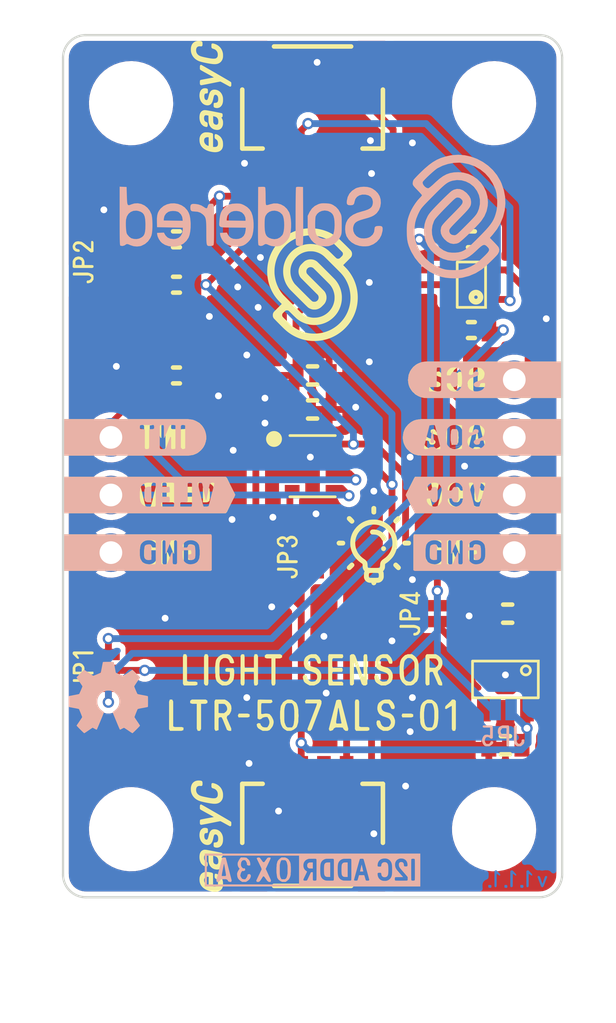
<source format=kicad_pcb>
(kicad_pcb (version 20211014) (generator pcbnew)
  (title_block (title "Digital light sensor LTR-507ALS-01 breakout") (date "2022-08-26") (rev "V1.1.1.") (company "SOLDERED") (comment 1 "333063"))
  (layers (0 "F.Cu" signal) (31 "B.Cu" signal) (34 "B.Paste" user) (35 "F.Paste" user) (36 "B.SilkS" user "B.Silkscreen") (37 "F.SilkS" user "F.Silkscreen") (38 "B.Mask" user) (39 "F.Mask" user) (44 "Edge.Cuts" user))
  (net 0 "")
  (net 1 "GND")
  (net 2 "3V3")
  (net 3 "Net-(C3-Pad2)")
  (net 4 "SCL_PULL5")
  (net 5 "5V")
  (net 6 "SDA_PULL5")
  (net 7 "SCL_PULL3,3")
  (net 8 "SDA_PULL3,3")
  (net 9 "SEL")
  (net 10 "VLED")
  (net 11 "INT")
  (net 12 "SCL3,3")
  (net 13 "SDA3,3")
  (net 14 "SDA5")
  (net 15 "SCL5")
  (footprint "e-radionica.com footprinti:0603C" (layer "F.Cu") (at 109.6 137.5)
    (fp_text reference "C3")
    (fp_text value "2u2")
    (pad "1" smd rect locked (at -0.73 0) (size 0.66 1) (layers "F.Cu" "F.Paste" "F.Mask") (net 1 "GND"))
    (pad "2" smd rect locked (at 0.73 0) (size 0.66 1) (layers "F.Cu" "F.Paste" "F.Mask") (net 3 "Net-(C3-Pad2)"))
  )
  (footprint "e-radionica.com footprinti:easyC-connector" (layer "F.Cu") (at 101 146.7 180)
    (fp_text reference "K4")
    (fp_text value "easyC-SMD")
    (pad "1" smd rect locked (at -1.5 2.15 180) (size 0.6 1.55) (layers "F.Cu" "F.Paste" "F.Mask") (net 12 "SCL3,3"))
    (pad "2" smd rect locked (at -0.5 2.15 180) (size 0.6 1.55) (layers "F.Cu" "F.Paste" "F.Mask") (net 13 "SDA3,3"))
    (pad "3" smd rect locked (at 0.5 2.15 180) (size 0.6 1.55) (layers "F.Cu" "F.Paste" "F.Mask") (net 2 "3V3"))
    (pad "4" smd rect locked (at 1.5 2.15 180) (size 0.6 1.55) (layers "F.Cu" "F.Paste" "F.Mask") (net 1 "GND"))
    (pad "5" smd rect locked (at -2.6 -2.15 180) (size 1.2 1.8) (layers "F.Cu" "F.Paste" "F.Mask") (net 1 "GND"))
    (pad "5" smd rect locked (at 2.6 -2.15 180) (size 1.2 1.8) (layers "F.Cu" "F.Paste" "F.Mask") (net 1 "GND"))
  )
  (footprint "Soldered Graphics:Logo-Back-OSH-3.5mm" (layer "F.Cu") (at 92 141.2)
    (fp_text reference "G***" hide)
    (fp_text value "LOGO" hide)
  )
  (footprint "e-radionica.com footprinti:0603C" (layer "F.Cu") (at 101 128.5 180)
    (fp_text reference "C2")
    (fp_text value "100n")
    (pad "1" smd rect locked (at -0.73 0 180) (size 0.66 1) (layers "F.Cu" "F.Paste" "F.Mask") (net 1 "GND"))
    (pad "2" smd rect locked (at 0.73 0 180) (size 0.66 1) (layers "F.Cu" "F.Paste" "F.Mask") (net 2 "3V3"))
  )
  (footprint "e-radionica.com footprinti:0603C" (layer "F.Cu") (at 109.5 143.3)
    (fp_text reference "C4")
    (fp_text value "2u2")
    (pad "1" smd rect locked (at -0.73 0) (size 0.66 1) (layers "F.Cu" "F.Paste" "F.Mask") (net 1 "GND"))
    (pad "2" smd rect locked (at 0.73 0) (size 0.66 1) (layers "F.Cu" "F.Paste" "F.Mask") (net 2 "3V3"))
  )
  (footprint "e-radionica.com footprinti:SMD_JUMPER_3_PAD_TRACE" (layer "F.Cu") (at 92 140 -90)
    (fp_text reference "JP1")
    (fp_text value "SMD_JUMPER_3_PAD_TRACE")
    (fp_poly (pts (xy -0.25 0.05) (xy -0.45 0.05) (xy -0.45 -0.05) (xy -0.25 -0.05)) (layer "F.Cu") (width 0.1) (fill solid))
    (fp_poly (pts (xy 0.45 0.05) (xy 0.25 0.05) (xy 0.25 -0.05) (xy 0.45 -0.05)) (layer "F.Cu") (width 0.1) (fill solid))
    (pad "1" smd rect (at -0.7 0 90) (size 0.5 1) (layers "F.Cu" "F.Mask") (net 4 "SCL_PULL5"))
    (pad "2" smd custom (at 0 0 90) (size 0.5 1) (layers "F.Cu" "F.Mask") (net 5 "5V") (options (clearance outline) (anchor rect)) (primitives))
    (pad "3" smd rect (at 0.7 0 90) (size 0.5 1) (layers "F.Cu" "F.Mask") (net 6 "SDA_PULL5"))
  )
  (footprint "Soldered Graphics:Logo-Front-easyC-5mm" (layer "F.Cu") (at 96.5 114.7 90)
    (fp_text reference "G***" hide)
    (fp_text value "LOGO" hide)
  )
  (footprint "Soldered Graphics:Logo-Back-SolderedFULL-17mm" (layer "F.Cu") (at 101 120)
    (fp_text reference "REF**" hide)
    (fp_text value "Logo-Front-SolderedFULL-17mm" hide)
  )
  (footprint "e-radionica.com footprinti:FIDUCIAL_23" (layer "F.Cu") (at 94.6 118.4)
    (fp_text reference "FD1")
    (fp_text value "FIDUCIAL")
    (fp_circle (center 0 0) (end 1 0) (layer "F.Cu") (width 0.2) (fill none))
    (pad "1" smd circle (at 0 0) (size 1 1) (layers "F.Cu" "F.Paste" "F.Mask") (clearance 1.1))
  )
  (footprint "buzzardLabel" (layer "F.Cu") (at 101 140)
    (fp_text reference "" (at 0 0) (layer "F.SilkS") (effects (font (size 1.27 1.27))))
    (fp_text value "" (at 0 0) (layer "F.SilkS") (effects (font (size 1.27 1.27))))
  )
  (footprint "e-radionica.com footprinti:HOLE_3.2mm" (layer "F.Cu") (at 93 115)
    (fp_text reference "H2" hide)
    (fp_text value "HOLE_3.2mm" hide)
    (pad "" np_thru_hole circle locked (at 0 0) (size 3.2 3.2) (drill 3.2) (layers F&B.Cu *.Mask))
  )
  (footprint "buzzardLabel" (layer "F.Cu") (at 112.4 129.73)
    (fp_text reference "" (at 0 0) (layer "F.SilkS") (effects (font (size 1.27 1.27))))
    (fp_text value "" (at 0 0) (layer "F.SilkS") (effects (font (size 1.27 1.27))))
  )
  (footprint "buzzardLabel" (layer "F.Cu") (at 112.4 132.27)
    (fp_text reference "" (at 0 0) (layer "F.SilkS") (effects (font (size 1.27 1.27))))
    (fp_text value "" (at 0 0) (layer "F.SilkS") (effects (font (size 1.27 1.27))))
  )
  (footprint "e-radionica.com footprinti:LTR-507ALS-01" (layer "F.Cu") (at 101 131)
    (fp_text reference "U2")
    (fp_text value "LTR-507ALS-01")
    (pad "1" smd rect (at -0.9 -0.975) (size 0.65 0.3) (layers "F.Cu" "F.Paste" "F.Mask") (net 2 "3V3"))
    (pad "2" smd rect (at -0.9 -0.325) (size 0.65 0.3) (layers "F.Cu" "F.Paste" "F.Mask") (net 1 "GND"))
    (pad "3" smd rect (at -0.9 0.325) (size 0.65 0.3) (layers "F.Cu" "F.Paste" "F.Mask") (net 1 "GND"))
    (pad "4" smd rect (at -0.9 0.975) (size 0.65 0.3) (layers "F.Cu" "F.Paste" "F.Mask") (net 9 "SEL"))
    (pad "5" smd rect (at 0.9 0.975) (size 0.65 0.3) (layers "F.Cu" "F.Paste" "F.Mask") (net 10 "VLED"))
    (pad "6" smd rect (at 0.9 0.325) (size 0.65 0.3) (layers "F.Cu" "F.Paste" "F.Mask") (net 11 "INT"))
    (pad "7" smd rect (at 0.9 -0.325) (size 0.65 0.3) (layers "F.Cu" "F.Paste" "F.Mask") (net 12 "SCL3,3"))
    (pad "8" smd rect (at 0.9 -0.975) (size 0.65 0.3) (layers "F.Cu" "F.Paste" "F.Mask") (net 13 "SDA3,3"))
  )
  (footprint "buzzardLabel" (layer "F.Cu") (at 101 142)
    (fp_text reference "" (at 0 0) (layer "F.SilkS") (effects (font (size 1.27 1.27))))
    (fp_text value "" (at 0 0) (layer "F.SilkS") (effects (font (size 1.27 1.27))))
  )
  (footprint "Soldered Graphics:Logo-Front-Soldered-5mm" (layer "F.Cu") (at 101 123)
    (fp_text reference "G***" hide)
    (fp_text value "LOGO" hide)
  )
  (footprint "e-radionica.com footprinti:0603R" (layer "F.Cu") (at 95 121 180)
    (fp_text reference "R4")
    (fp_text value "10k")
    (pad "1" smd rect locked (at -0.775 0 270) (size 1 0.64) (layers "F.Cu" "F.Paste" "F.Mask") (net 12 "SCL3,3"))
    (pad "2" smd rect locked (at 0.775 0 270) (size 1 0.64) (layers "F.Cu" "F.Paste" "F.Mask") (net 7 "SCL_PULL3,3"))
  )
  (footprint "e-radionica.com footprinti:0603R" (layer "F.Cu") (at 108 121)
    (fp_text reference "R2")
    (fp_text value "10k")
    (pad "1" smd rect locked (at -0.775 0 90) (size 1 0.64) (layers "F.Cu" "F.Paste" "F.Mask") (net 4 "SCL_PULL5"))
    (pad "2" smd rect locked (at 0.775 0 90) (size 1 0.64) (layers "F.Cu" "F.Paste" "F.Mask") (net 15 "SCL5"))
  )
  (footprint "e-radionica.com footprinti:SMD-JUMPER-CONNECTED_TRACE_SLODERMASK" (layer "F.Cu") (at 106.5 137.5 90)
    (fp_text reference "JP4")
    (fp_text value "SMD-JUMPER-CONNECTED_TRACE_SLODERMASK")
    (fp_poly (pts (xy 0.1 0.1) (xy -0.1 0.1) (xy -0.1 -0.1) (xy 0.1 -0.1)) (layer "F.Cu") (width 0.1) (fill solid))
    (pad "1" smd rect (at -0.35 0 90) (size 0.5 1) (layers "F.Cu" "F.Mask") (net 3 "Net-(C3-Pad2)"))
    (pad "2" smd rect (at 0.35 0 90) (size 0.5 1) (layers "F.Cu" "F.Mask") (net 5 "5V"))
  )
  (footprint "buzzardLabel" (layer "F.Cu") (at 112.4 134.81)
    (fp_text reference "" (at 0 0) (layer "F.SilkS") (effects (font (size 1.27 1.27))))
    (fp_text value "" (at 0 0) (layer "F.SilkS") (effects (font (size 1.27 1.27))))
  )
  (footprint "e-radionica.com footprinti:SMD_JUMPER_3_PAD_CONNECTED_RIGHT" (layer "F.Cu") (at 101 135 90)
    (fp_text reference "JP3")
    (fp_text value "JUMPER_3_RIGHT")
    (pad "1" smd rect (at -0.7 0 270) (size 0.5 1) (layers "F.Cu" "F.Mask") (net 2 "3V3"))
    (pad "2" smd rect (at 0 0 270) (size 0.5 1) (layers "F.Cu" "F.Paste" "F.Mask") (net 9 "SEL"))
    (pad "3" smd rect (at 0.7 0 270) (size 0.5 1) (layers "F.Cu" "F.Paste" "F.Mask") (net 1 "GND"))
  )
  (footprint "buzzardLabel" (layer "F.Cu") (at 112.4 127.19)
    (fp_text reference "" (at 0 0) (layer "F.SilkS") (effects (font (size 1.27 1.27))))
    (fp_text value "" (at 0 0) (layer "F.SilkS") (effects (font (size 1.27 1.27))))
  )
  (footprint "e-radionica.com footprinti:0603C" (layer "F.Cu") (at 101 127 180)
    (fp_text reference "C1")
    (fp_text value "4u7")
    (pad "1" smd rect locked (at -0.73 0 180) (size 0.66 1) (layers "F.Cu" "F.Paste" "F.Mask") (net 1 "GND"))
    (pad "2" smd rect locked (at 0.73 0 180) (size 0.66 1) (layers "F.Cu" "F.Paste" "F.Mask") (net 2 "3V3"))
  )
  (footprint "e-radionica.com footprinti:SOT-23-5" (layer "F.Cu") (at 109.5 140.4 -90)
    (fp_text reference "U3")
    (fp_text value "SE5218")
    (pad "1" smd rect (at -1.3 -0.95 270) (size 1.1 0.6) (layers "F.Cu" "F.Paste" "F.Mask") (net 3 "Net-(C3-Pad2)"))
    (pad "2" smd rect (at -1.3 0 270) (size 1.1 0.6) (layers "F.Cu" "F.Paste" "F.Mask") (net 1 "GND"))
    (pad "3" smd rect (at -1.3 0.95 270) (size 1.1 0.6) (layers "F.Cu" "F.Paste" "F.Mask") (net 3 "Net-(C3-Pad2)"))
    (pad "4" smd rect (at 1.3 0.95 270) (size 1.1 0.6) (layers "F.Cu" "F.Paste" "F.Mask"))
    (pad "5" smd rect (at 1.3 -0.95 270) (size 1.1 0.6) (layers "F.Cu" "F.Paste" "F.Mask") (net 2 "3V3"))
  )
  (footprint "buzzardLabel" (layer "F.Cu") (at 89.6 129.73)
    (fp_text reference "" (at 0 0) (layer "F.SilkS") (effects (font (size 1.27 1.27))))
    (fp_text value "" (at 0 0) (layer "F.SilkS") (effects (font (size 1.27 1.27))))
  )
  (footprint "e-radionica.com footprinti:SMD_JUMPER_3_PAD_TRACE" (layer "F.Cu") (at 92 122 -90)
    (fp_text reference "JP2")
    (fp_text value "SMD_JUMPER_3_PAD_TRACE")
    (fp_poly (pts (xy -0.25 0.05) (xy -0.45 0.05) (xy -0.45 -0.05) (xy -0.25 -0.05)) (layer "F.Cu") (width 0.1) (fill solid))
    (fp_poly (pts (xy 0.45 0.05) (xy 0.25 0.05) (xy 0.25 -0.05) (xy 0.45 -0.05)) (layer "F.Cu") (width 0.1) (fill solid))
    (pad "1" smd rect (at -0.7 0 90) (size 0.5 1) (layers "F.Cu" "F.Mask") (net 7 "SCL_PULL3,3"))
    (pad "2" smd custom (at 0 0 90) (size 0.5 1) (layers "F.Cu" "F.Mask") (net 2 "3V3") (options (clearance outline) (anchor rect)) (primitives))
    (pad "3" smd rect (at 0.7 0 90) (size 0.5 1) (layers "F.Cu" "F.Mask") (net 8 "SDA_PULL3,3"))
  )
  (footprint "buzzardLabel" (layer "F.Cu") (at 89.6 134.81)
    (fp_text reference "" (at 0 0) (layer "F.SilkS") (effects (font (size 1.27 1.27))))
    (fp_text value "" (at 0 0) (layer "F.SilkS") (effects (font (size 1.27 1.27))))
  )
  (footprint "e-radionica.com footprinti:0603R" (layer "F.Cu") (at 108 125)
    (fp_text reference "R3")
    (fp_text value "10k")
    (pad "1" smd rect locked (at -0.775 0 90) (size 1 0.64) (layers "F.Cu" "F.Paste" "F.Mask") (net 14 "SDA5"))
    (pad "2" smd rect locked (at 0.775 0 90) (size 1 0.64) (layers "F.Cu" "F.Paste" "F.Mask") (net 6 "SDA_PULL5"))
  )
  (footprint "e-radionica.com footprinti:HOLE_3.2mm" (layer "F.Cu") (at 109 115)
    (fp_text reference "H4" hide)
    (fp_text value "HOLE_3.2mm" hide)
    (pad "" np_thru_hole circle locked (at 0 0) (size 3.2 3.2) (drill 3.2) (layers F&B.Cu *.Mask))
  )
  (footprint "Soldered Graphics:Logo-Front-easyC-5mm" (layer "F.Cu") (at 96.5 147.3 90)
    (fp_text reference "G***" hide)
    (fp_text value "LOGO" hide)
  )
  (footprint "e-radionica.com footprinti:0603R" (layer "F.Cu") (at 95 127 180)
    (fp_text reference "R5")
    (fp_text value "10k")
    (pad "1" smd rect locked (at -0.775 0 270) (size 1 0.64) (layers "F.Cu" "F.Paste" "F.Mask") (net 2 "3V3"))
    (pad "2" smd rect locked (at 0.775 0 270) (size 1 0.64) (layers "F.Cu" "F.Paste" "F.Mask") (net 11 "INT"))
  )
  (footprint "buzzardLabel" (layer "F.Cu") (at 89.6 132.27)
    (fp_text reference "" (at 0 0) (layer "F.SilkS") (effects (font (size 1.27 1.27))))
    (fp_text value "" (at 0 0) (layer "F.SilkS") (effects (font (size 1.27 1.27))))
  )
  (footprint "buzzardLabel" (layer "F.Cu") (at 99.9 135 90)
    (fp_text reference "" (at 0 0 90) (layer "F.SilkS") (effects (font (size 1.27 1.27))))
    (fp_text value "" (at 0 0 90) (layer "F.SilkS") (effects (font (size 1.27 1.27))))
  )
  (footprint "e-radionica.com footprinti:0603R" (layer "F.Cu") (at 95 123)
    (fp_text reference "R1")
    (fp_text value "10k")
    (pad "1" smd rect locked (at -0.775 0 90) (size 1 0.64) (layers "F.Cu" "F.Paste" "F.Mask") (net 8 "SDA_PULL3,3"))
    (pad "2" smd rect locked (at 0.775 0 90) (size 1 0.64) (layers "F.Cu" "F.Paste" "F.Mask") (net 13 "SDA3,3"))
  )
  (footprint "e-radionica.com footprinti:HOLE_3.2mm" (layer "F.Cu") (at 109 147)
    (fp_text reference "H3" hide)
    (fp_text value "HOLE_3.2mm" hide)
    (pad "" np_thru_hole circle locked (at 0 0) (size 3.2 3.2) (drill 3.2) (layers F&B.Cu *.Mask))
  )
  (footprint "Soldered Graphics:Symbol-Front-Light" (layer "F.Cu") (at 103.7 134.5)
    (fp_text reference "G***" hide)
    (fp_text value "LOGO" hide)
  )
  (footprint "buzzardLabel" (layer "F.Cu") (at 90.9 140 90)
    (fp_text reference "" (at 0 0 90) (layer "F.SilkS") (effects (font (size 1.27 1.27))))
    (fp_text value "" (at 0 0 90) (layer "F.SilkS") (effects (font (size 1.27 1.27))))
  )
  (footprint "buzzardLabel" (layer "F.Cu") (at 105.3 137.5 90)
    (fp_text reference "" (at 0 0 90) (layer "F.SilkS") (effects (font (size 1.27 1.27))))
    (fp_text value "" (at 0 0 90) (layer "F.SilkS") (effects (font (size 1.27 1.27))))
  )
  (footprint "buzzardLabel" (layer "F.Cu") (at 90.9 122 90)
    (fp_text reference "" (at 0 0 90) (layer "F.SilkS") (effects (font (size 1.27 1.27))))
    (fp_text value "" (at 0 0 90) (layer "F.SilkS") (effects (font (size 1.27 1.27))))
  )
  (footprint "e-radionica.com footprinti:easyC-connector" (layer "F.Cu") (at 101 115.3)
    (fp_text reference "K2")
    (fp_text value "easyC-SMD")
    (pad "1" smd rect locked (at -1.5 2.15) (size 0.6 1.55) (layers "F.Cu" "F.Paste" "F.Mask") (net 12 "SCL3,3"))
    (pad "2" smd rect locked (at -0.5 2.15) (size 0.6 1.55) (layers "F.Cu" "F.Paste" "F.Mask") (net 13 "SDA3,3"))
    (pad "3" smd rect locked (at 0.5 2.15) (size 0.6 1.55) (layers "F.Cu" "F.Paste" "F.Mask") (net 2 "3V3"))
    (pad "4" smd rect locked (at 1.5 2.15) (size 0.6 1.55) (layers "F.Cu" "F.Paste" "F.Mask") (net 1 "GND"))
    (pad "5" smd rect locked (at -2.6 -2.15) (size 1.2 1.8) (layers "F.Cu" "F.Paste" "F.Mask") (net 1 "GND"))
    (pad "5" smd rect locked (at 2.6 -2.15) (size 1.2 1.8) (layers "F.Cu" "F.Paste" "F.Mask") (net 1 "GND"))
  )
  (footprint "e-radionica.com footprinti:SOT-363" (layer "F.Cu") (at 108 123 180)
    (fp_text reference "U1")
    (fp_text value "NMOS-DUAL")
    (pad "1" smd rect (at -0.92 -0.65 270) (size 0.3 0.66) (layers "F.Cu" "F.Paste" "F.Mask") (net 13 "SDA3,3"))
    (pad "2" smd rect (at -0.92 0 270) (size 0.3 0.66) (layers "F.Cu" "F.Paste" "F.Mask") (net 2 "3V3"))
    (pad "3" smd rect (at -0.92 0.65 270) (size 0.3 0.66) (layers "F.Cu" "F.Paste" "F.Mask") (net 15 "SCL5"))
    (pad "4" smd rect (at 0.92 0.65 270) (size 0.3 0.66) (layers "F.Cu" "F.Paste" "F.Mask") (net 12 "SCL3,3"))
    (pad "5" smd rect (at 0.92 0 270) (size 0.3 0.66) (layers "F.Cu" "F.Paste" "F.Mask") (net 2 "3V3"))
    (pad "6" smd rect (at 0.92 -0.65 270) (size 0.3 0.66) (layers "F.Cu" "F.Paste" "F.Mask") (net 14 "SDA5"))
  )
  (footprint "e-radionica.com footprinti:HOLE_3.2mm" (layer "F.Cu") (at 93 147)
    (fp_text reference "H1" hide)
    (fp_text value "HOLE_3.2mm" hide)
    (pad "" np_thru_hole circle locked (at 0 0) (size 3.2 3.2) (drill 3.2) (layers F&B.Cu *.Mask))
  )
  (footprint "buzzardLabel" (layer "B.Cu") (at 112.4 134.81 180)
    (fp_text reference "" (at 0 0) (layer "B.SilkS") (effects (font (size 1.27 1.27)) (justify mirror)))
    (fp_text value "" (at 0 0) (layer "B.SilkS") (effects (font (size 1.27 1.27)) (justify mirror)))
  )
  (footprint "e-radionica.com footprinti:SMD_JUMPER" (layer "B.Cu") (at 109.4 141.7)
    (fp_text reference "JP5")
    (fp_text value "SMD_JUMPER")
    (pad "1" smd rect (at -0.35 0) (size 0.5 1) (layers "B.Cu" "B.Mask") (net 5 "5V"))
    (pad "2" smd rect (at 0.35 0) (size 0.5 1) (layers "B.Cu" "B.Mask") (net 2 "3V3"))
  )
  (footprint "buzzardLabel" (layer "B.Cu") (at 112.4 127.19 180)
    (fp_text reference "" (at 0 0) (layer "B.SilkS") (effects (font (size 1.27 1.27)) (justify mirror)))
    (fp_text value "" (at 0 0) (layer "B.SilkS") (effects (font (size 1.27 1.27)) (justify mirror)))
  )
  (footprint "Soldered Graphics:Version1.1.1." (layer "B.Cu") (at 110 149.2 180)
    (fp_text reference "REF**" hide)
    (fp_text value "Version1.1.1." hide)
    (fp_poly (pts (xy -0.5 -0.35) (xy -0.44 -0.35) (xy -0.43 -0.31) (xy -0.43 0.35) (xy -0.46 0.38) (xy -0.52 0.38) (xy -0.55 0.34) (xy -0.67 0.22) (xy -0.68 0.17) (xy -0.65 0.16) (xy -0.56 0.22) (xy -0.52 0.23) (xy -0.52 -0.31) (xy -0.5 -0.35)) (layer "B.Cu") (width 0.01) (fill solid))
    (fp_poly (pts (xy 0.91 -0.35) (xy 0.96 -0.35) (xy 0.98 -0.31) (xy 0.98 0.35) (xy 0.95 0.38) (xy 0.89 0.38) (xy 0.86 0.34) (xy 0.74 0.22) (xy 0.73 0.17) (xy 0.76 0.16) (xy 0.85 0.22) (xy 0.89 0.23) (xy 0.89 -0.31) (xy 0.91 -0.35)) (layer "B.Cu") (width 0.01) (fill solid))
    (fp_poly (pts (xy -0.27 -0.38) (xy -0.22 -0.38) (xy -0.17 -0.37) (xy -0.16 -0.33) (xy -0.16 -0.27) (xy -0.21 -0.26) (xy -0.26 -0.26) (xy -0.29 -0.29) (xy -0.29 -0.34) (xy -0.27 -0.38)) (layer "B.Cu") (width 0.01) (fill solid))
    (fp_poly (pts (xy 0.43 -0.38) (xy 0.48 -0.38) (xy 0.54 -0.37) (xy 0.54 -0.33) (xy 0.54 -0.27) (xy 0.5 -0.26) (xy 0.45 -0.26) (xy 0.42 -0.29) (xy 0.42 -0.34) (xy 0.43 -0.38)) (layer "B.Cu") (width 0.01) (fill solid))
    (fp_poly (pts (xy 1.14 -0.38) (xy 1.19 -0.38) (xy 1.24 -0.37) (xy 1.25 -0.33) (xy 1.25 -0.27) (xy 1.2 -0.26) (xy 1.15 -0.26) (xy 1.12 -0.29) (xy 1.12 -0.34) (xy 1.14 -0.38)) (layer "B.Cu") (width 0.01) (fill solid))
    (fp_poly (pts (xy -1.15 -0.35) (xy -1.1 -0.35) (xy -1.07 -0.31) (xy -0.92 0.1) (xy -0.94 0.13) (xy -0.99 0.13) (xy -1.02 0.1) (xy -1.11 -0.16) (xy -1.13 -0.21) (xy -1.15 -0.17) (xy -1.24 0.09) (xy -1.26 0.13) (xy -1.32 0.13) (xy -1.34 0.1) (xy -1.18 -0.31) (xy -1.15 -0.35)) (layer "B.Cu") (width 0.01) (fill solid))
    (fp_poly (pts (xy 0.21 -0.35) (xy 0.26 -0.35) (xy 0.28 -0.31) (xy 0.28 0.35) (xy 0.24 0.38) (xy 0.19 0.38) (xy 0.15 0.34) (xy 0.04 0.22) (xy 0.02 0.17) (xy 0.05 0.16) (xy 0.14 0.22) (xy 0.18 0.23) (xy 0.18 -0.31) (xy 0.21 -0.35)) (layer "B.Cu") (width 0.01) (fill solid))
  )
  (footprint "e-radionica.com footprinti:HEADER_MALE_4X1" (layer "B.Cu") (at 109.89 131 90)
    (fp_text reference "K3")
    (fp_text value "HEADER_MALE_4X1")
    (pad "1" thru_hole circle locked (at -3.81 0 90) (size 1.7 1.7) (drill 1) (layers *.Cu *.Mask) (net 1 "GND"))
    (pad "2" thru_hole circle locked (at -1.27 0 90) (size 1.7 1.7) (drill 1) (layers *.Cu *.Mask) (net 5 "5V"))
    (pad "3" thru_hole circle locked (at 1.27 0 90) (size 1.7 1.7) (drill 1) (layers *.Cu *.Mask) (net 14 "SDA5"))
    (pad "4" thru_hole circle locked (at 3.81 0 90) (size 1.7 1.7) (drill 1) (layers *.Cu *.Mask) (net 15 "SCL5"))
  )
  (footprint "e-radionica.com footprinti:HEADER_MALE_3X1" (layer "B.Cu") (at 92.11 132.27 90)
    (fp_text reference "K1")
    (fp_text value "HEADER_MALE_3X1")
    (pad "1" thru_hole circle locked (at -2.54 0 90) (size 1.7 1.7) (drill 1) (layers *.Cu *.Mask) (net 1 "GND"))
    (pad "2" thru_hole circle locked (at 0 0 90) (size 1.7 1.7) (drill 1) (layers *.Cu *.Mask) (net 10 "VLED"))
    (pad "3" thru_hole circle locked (at 2.54 0 90) (size 1.7 1.7) (drill 1) (layers *.Cu *.Mask) (net 11 "INT"))
  )
  (footprint "buzzardLabel" (layer "B.Cu") (at 109.4 142.9 180)
    (fp_text reference "" (at 0 0) (layer "B.SilkS") (effects (font (size 1.27 1.27)) (justify mirror)))
    (fp_text value "" (at 0 0) (layer "B.SilkS") (effects (font (size 1.27 1.27)) (justify mirror)))
  )
  (footprint "buzzardLabel" (layer "B.Cu") (at 112.4 129.73 180)
    (fp_text reference "" (at 0 0) (layer "B.SilkS") (effects (font (size 1.27 1.27)) (justify mirror)))
    (fp_text value "" (at 0 0) (layer "B.SilkS") (effects (font (size 1.27 1.27)) (justify mirror)))
  )
  (footprint "buzzardLabel" (layer "B.Cu") (at 89.6 132.27 180)
    (fp_text reference "" (at 0 0) (layer "B.SilkS") (effects (font (size 1.27 1.27)) (justify mirror)))
    (fp_text value "" (at 0 0) (layer "B.SilkS") (effects (font (size 1.27 1.27)) (justify mirror)))
  )
  (footprint "Soldered Graphics:Symbol-Front-I2C-ADDR-Field" (layer "B.Cu") (at 101 148.8 180)
    (fp_text reference "REF**" hide)
    (fp_text value "Symbol-Front-I2C-ADDR-Field" hide)
  )
  (footprint "buzzardLabel" (layer "B.Cu") (at 89.6 129.73 180)
    (fp_text reference "" (at 0 0) (layer "B.SilkS") (effects (font (size 1.27 1.27)) (justify mirror)))
    (fp_text value "" (at 0 0) (layer "B.SilkS") (effects (font (size 1.27 1.27)) (justify mirror)))
  )
  (footprint "buzzardLabel" (layer "B.Cu") (at 112.4 132.27 180)
    (fp_text reference "" (at 0 0) (layer "B.SilkS") (effects (font (size 1.27 1.27)) (justify mirror)))
    (fp_text value "" (at 0 0) (layer "B.SilkS") (effects (font (size 1.27 1.27)) (justify mirror)))
  )
  (footprint "buzzardLabel" (layer "B.Cu") (at 89.6 134.81 180)
    (fp_text reference "" (at 0 0) (layer "B.SilkS") (effects (font (size 1.27 1.27)) (justify mirror)))
    (fp_text value "" (at 0 0) (layer "B.SilkS") (effects (font (size 1.27 1.27)) (justify mirror)))
  )
  (footprint "buzzardLabel" (layer "B.Cu") (at 98.4 148.8 180)
    (fp_text reference "" (at 0 0) (layer "B.SilkS") (effects (font (size 1.27 1.27)) (justify mirror)))
    (fp_text value "" (at 0 0) (layer "B.SilkS") (effects (font (size 1.27 1.27)) (justify mirror)))
  )
  (gr_line (start 112 113) (end 112 149) (layer "Edge.Cuts") (width 0.1))
  (gr_arc (start 111 112) (mid 111.707107 112.292893) (end 112 113) (layer "Edge.Cuts") (width 0.1))
  (gr_line (start 90 149) (end 90 113) (layer "Edge.Cuts") (width 0.1))
  (gr_line (start 91 112) (end 111 112) (layer "Edge.Cuts") (width 0.1))
  (gr_arc (start 90 113) (mid 90.292893 112.292893) (end 91 112) (layer "Edge.Cuts") (width 0.1))
  (gr_line (start 111 150) (end 91 150) (layer "Edge.Cuts") (width 0.1))
  (gr_arc (start 112 149) (mid 111.707107 149.707107) (end 111 150) (layer "Edge.Cuts") (width 0.1))
  (gr_arc (start 91 150) (mid 90.292893 149.707107) (end 90 149) (layer "Edge.Cuts") (width 0.1))
  (via (at 99.25 133.25) (size 0.5) (drill 0.3) (layers "F.Cu" "B.Cu") (net 1))
  (via (at 107.9 137.6) (size 0.5) (drill 0.3) (layers "F.Cu" "B.Cu") (net 1))
  (via (at 100.9 130.6) (size 0.5) (drill 0.3) (layers "F.Cu" "B.Cu") (net 1))
  (via (at 103.7 147.2) (size 0.5) (drill 0.3) (layers "F.Cu" "B.Cu") (net 1))
  (via (at 103.7 132.1) (size 0.5) (drill 0.3) (layers "F.Cu" "B.Cu") (net 1))
  (via (at 97.5 130.3) (size 0.5) (drill 0.3) (layers "F.Cu" "B.Cu") (net 1))
  (via (at 111.3 124.5) (size 0.5) (drill 0.3) (layers "F.Cu" "B.Cu") (net 1))
  (via (at 91.8 119.7) (size 0.5) (drill 0.3) (layers "F.Cu" "B.Cu") (net 1))
  (via (at 101.6 141) (size 0.5) (drill 0.3) (layers "F.Cu" "B.Cu") (net 1))
  (via (at 105.4 136) (size 0.5) (drill 0.3) (layers "F.Cu" "B.Cu") (net 1))
  (via (at 109.5 140.2) (size 0.5) (drill 0.3) (layers "F.Cu" "B.Cu") (net 1))
  (via (at 98.1 141.2) (size 0.5) (drill 0.3) (layers "F.Cu" "B.Cu") (net 1))
  (via (at 102.9 128.4) (size 0.5) (drill 0.3) (layers "F.Cu" "B.Cu") (net 1))
  (via (at 98.6 124) (size 0.5) (drill 0.3) (layers "F.Cu" "B.Cu") (net 1))
  (via (at 98.2 144.1) (size 0.5) (drill 0.3) (layers "F.Cu" "B.Cu") (net 1))
  (via (at 92.35 126.6) (size 0.5) (drill 0.3) (layers "F.Cu" "B.Cu") (net 1))
  (via (at 103.6 118.1) (size 0.5) (drill 0.3) (layers "F.Cu" "B.Cu") (net 1))
  (via (at 98.7 121.8) (size 0.5) (drill 0.3) (layers "F.Cu" "B.Cu") (net 1))
  (via (at 103.5 126.4) (size 0.5) (drill 0.3) (layers "F.Cu" "B.Cu") (net 1))
  (via (at 105.4 116.75) (size 0.5) (drill 0.3) (layers "F.Cu" "B.Cu") (net 1))
  (via (at 105.3 130.6) (size 0.5) (drill 0.3) (layers "F.Cu" "B.Cu") (net 1))
  (via (at 105.3 142.7) (size 0.5) (drill 0.3) (layers "F.Cu" "B.Cu") (net 1))
  (via (at 105.1 145.1) (size 0.5) (drill 0.3) (layers "F.Cu" "B.Cu") (net 1))
  (via (at 103.5 122.9) (size 0.5) (drill 0.3) (layers "F.Cu" "B.Cu") (net 1))
  (via (at 107.7 131) (size 0.5) (drill 0.3) (layers "F.Cu" "B.Cu") (net 1))
  (via (at 98.1 126.1) (size 0.5) (drill 0.3) (layers "F.Cu" "B.Cu") (net 1))
  (via (at 99.2 137.2) (size 0.5) (drill 0.3) (layers "F.Cu" "B.Cu") (net 1))
  (via (at 97.45 133.35) (size 0.5) (drill 0.3) (layers "F.Cu" "B.Cu") (net 1))
  (via (at 101.15 133.1) (size 0.5) (drill 0.3) (layers "F.Cu" "B.Cu") (net 1))
  (via (at 94.5 137.7) (size 0.5) (drill 0.3) (layers "F.Cu" "B.Cu") (net 1))
  (via (at 98.9 128) (size 0.5) (drill 0.3) (layers "F.Cu" "B.Cu") (net 1))
  (via (at 103.55 116.65) (size 0.5) (drill 0.3) (layers "F.Cu" "B.Cu") (net 1))
  (via (at 96.85 127.9) (size 0.5) (drill 0.3) (layers "F.Cu" "B.Cu") (net 1))
  (via (at 104.5 138.7) (size 0.5) (drill 0.3) (layers "F.Cu" "B.Cu") (net 1))
  (via (at 98 117.65) (size 0.5) (drill 0.3) (layers "F.Cu" "B.Cu") (net 1))
  (via (at 96.45 124.4) (size 0.5) (drill 0.3) (layers "F.Cu" "B.Cu") (net 1))
  (via (at 97.7 123.1) (size 0.5) (drill 0.3) (layers "F.Cu" "B.Cu") (net 1))
  (via (at 105.4 141.2) (size 0.5) (drill 0.3) (layers "F.Cu" "B.Cu") (net 1))
  (via (at 99.5 146.2) (size 0.5) (drill 0.3) (layers "F.Cu" "B.Cu") (net 1))
  (via (at 101.5 138.5) (size 0.5) (drill 0.3) (layers "F.Cu" "B.Cu") (net 1))
  (via (at 101.2 113.2) (size 0.5) (drill 0.3) (layers "F.Cu" "B.Cu") (net 1))
  (via (at 98.9 129.1) (size 0.5) (drill 0.3) (layers "F.Cu" "B.Cu") (net 1))
  (segment (start 100.5 143.2) (end 100.5 137.2) (width 0.3) (layer "F.Cu") (net 2))
  (segment (start 100.5 137.2) (end 100.5 136.2) (width 0.3) (layer "F.Cu") (net 2))
  (segment (start 99.275 130.025) (end 100.1 130.025) (width 0.3) (layer "F.Cu") (net 2))
  (segment (start 100.27 124.33) (end 101.5 123.1) (width 0.3) (layer "F.Cu") (net 2))
  (segment (start 108.92 123) (end 107.08 123) (width 0.3) (layer "F.Cu") (net 2))
  (segment (start 95.775 126.175) (end 95.05 125.45) (width 0.3) (layer "F.Cu") (net 2))
  (segment (start 93.05 125.45) (end 90.8 123.2) (width 0.3) (layer "F.Cu") (net 2))
  (segment (start 101.5 119.5) (end 101.5 118.5) (width 0.3) (layer "F.Cu") (net 2))
  (segment (start 95.775 127) (end 100.27 127) (width 0.3) (layer "F.Cu") (net 2))
  (segment (start 100.27 127) (end 100.27 128.5) (width 0.3) (layer "F.Cu") (net 2))
  (segment (start 100.5 137.2) (end 98.5 135.2) (width 0.3) (layer "F.Cu") (net 2))
  (segment (start 110.45 141.7) (end 110.45 142.55) (width 0.3) (layer "F.Cu") (net 2))
  (segment (start 91.246 122) (end 92 122) (width 0.3) (layer "F.Cu") (net 2))
  (segment (start 90.8 123.2) (end 90.8 122.446) (width 0.3) (layer "F.Cu") (net 2))
  (segment (start 98.5 135.2) (end 98.5 130.8) (width 0.3) (layer "F.Cu") (net 2))
  (segment (start 95.775 127) (end 95.775 126.175) (width 0.3) (layer "F.Cu") (net 2))
  (segment (start 100.27 126.23) (end 100.27 124.33) (width 0.3) (layer "F.Cu") (net 2))
  (segment (start 95.05 125.45) (end 93.05 125.45) (width 0.3) (layer "F.Cu") (net 2))
  (segment (start 100.5 144.55) (end 100.5 143.2) (width 0.3) (layer "F.Cu") (net 2))
  (segment (start 98.5 130.8) (end 99.275 130.025) (width 0.3) (layer "F.Cu") (net 2))
  (segment (start 100.27 128.5) (end 100.27 129.855) (width 0.3) (layer "F.Cu") (net 2))
  (segment (start 100.5 136.2) (end 101 135.7) (width 0.3) (layer "F.Cu") (net 2))
  (segment (start 110.45 142.55) (end 110.45 143.08) (width 0.3) (layer "F.Cu") (net 2))
  (segment (start 101.5 123.1) (end 101.5 118.5) (width 0.3) (layer "F.Cu") (net 2))
  (segment (start 100.27 129.855) (end 100.1 130.025) (width 0.3) (layer "F.Cu") (net 2))
  (segment (start 107.08 123) (end 105 123) (width 0.3) (layer "F.Cu") (net 2))
  (segment (start 105 123) (end 101.5 119.5) (width 0.3) (layer "F.Cu") (net 2))
  (segment (start 90.8 122.446) (end 91.246 122) (width 0.3) (layer "F.Cu") (net 2))
  (segment (start 101.5 118.5) (end 101.5 117.45) (width 0.3) (layer "F.Cu") (net 2))
  (segment (start 110.45 143.08) (end 110.23 143.3) (width 0.3) (layer "F.Cu") (net 2))
  (segment (start 100.27 127) (end 100.27 126.23) (width 0.3) (layer "F.Cu") (net 2))
  (via (at 100.5 143.2) (size 0.5) (drill 0.3) (layers "F.Cu" "B.Cu") (net 2))
  (via (at 110.45 142.55) (size 0.5) (drill 0.3) (layers "F.Cu" "B.Cu") (net 2))
  (segment (start 110.5 142.6) (end 110.5 143.2) (width 0.3) (layer "B.Cu") (net 2))
  (segment (start 100.8 143.5) (end 100.5 143.2) (width 0.3) (layer "B.Cu") (net 2))
  (segment (start 109.75 141.85) (end 110.45 142.55) (width 0.3) (layer "B.Cu") (net 2))
  (segment (start 110.5 143.2) (end 110.2 143.5) (width 0.3) (layer "B.Cu") (net 2))
  (segment (start 110.2 143.5) (end 100.8 143.5) (width 0.3) (layer "B.Cu") (net 2))
  (segment (start 110.45 142.55) (end 110.5 142.6) (width 0.3) (layer "B.Cu") (net 2))
  (segment (start 109.75 141.7) (end 109.75 141.85) (width 0.3) (layer "B.Cu") (net 2))
  (segment (start 110.45 140.25) (end 110.45 139.1) (width 0.3) (layer "F.Cu") (net 3))
  (segment (start 107.6 139.1) (end 108.55 139.1) (width 0.3) (layer "F.Cu") (net 3))
  (segment (start 106.5 138) (end 107.6 139.1) (width 0.3) (layer "F.Cu") (net 3))
  (segment (start 109.2 140.9) (end 109.8 140.9) (width 0.3) (layer "F.Cu") (net 3))
  (segment (start 108.55 140.25) (end 109.2 140.9) (width 0.3) (layer "F.Cu") (net 3))
  (segment (start 109.8 140.9) (end 110.45 140.25) (width 0.3) (layer "F.Cu") (net 3))
  (segment (start 108.55 139.1) (end 108.55 140.25) (width 0.3) (layer "F.Cu") (net 3))
  (segment (start 106.5 137.85) (end 106.5 138) (width 0.3) (layer "F.Cu") (net 3))
  (segment (start 110.45 139.1) (end 110.45 137.72) (width 0.3) (layer "F.Cu") (net 3))
  (segment (start 110.45 137.72) (end 110.33 137.6) (width 0.3) (layer "F.Cu") (net 3))
  (segment (start 105.7 121) (end 107.225 121) (width 0.3) (layer "F.Cu") (net 4))
  (segment (start 92 139.3) (end 92 138.6) (width 0.3) (layer "F.Cu") (net 4))
  (via (at 92 138.6) (size 0.5) (drill 0.3) (layers "F.Cu" "B.Cu") (net 4))
  (via (at 105.7 121) (size 0.5) (drill 0.3) (layers "F.Cu" "B.Cu") (net 4))
  (segment (start 105.7 121) (end 106.2 121.5) (width 0.3) (layer "B.Cu") (net 4))
  (segment (start 99.2 138.6) (end 92 138.6) (width 0.3) (layer "B.Cu") (net 4))
  (segment (start 106.2 121.5) (end 106.2 131.6) (width 0.3) (layer "B.Cu") (net 4))
  (segment (start 106.2 131.6) (end 99.2 138.6) (width 0.3) (layer "B.Cu") (net 4))
  (segment (start 93.6 140) (end 92 140) (width 0.3) (layer "F.Cu") (net 5))
  (segment (start 108.23 132.27) (end 106.5 134) (width 0.3) (layer "F.Cu") (net 5))
  (segment (start 106.5 134) (end 106.5 136.5) (width 0.3) (layer "F.Cu") (net 5))
  (segment (start 109.89 132.27) (end 108.23 132.27) (width 0.3) (layer "F.Cu") (net 5))
  (segment (start 106.5 136.5) (end 106.5 137.15) (width 0.3) (layer "F.Cu") (net 5))
  (via (at 106.5 136.5) (size 0.5) (drill 0.3) (layers "F.Cu" "B.Cu") (net 5))
  (via (at 93.6 140) (size 0.5) (drill 0.3) (layers "F.Cu" "B.Cu") (net 5))
  (segment (start 108.9 141.7) (end 106.5 139.3) (width 0.3) (layer "B.Cu") (net 5))
  (segment (start 109.05 141.7) (end 108.9 141.7) (width 0.3) (layer "B.Cu") (net 5))
  (segment (start 93.6 140) (end 104.8 140) (width 0.3) (layer "B.Cu") (net 5))
  (segment (start 106.5 139.3) (end 106.5 136.5) (width 0.3) (layer "B.Cu") (net 5))
  (segment (start 109.23 132.27) (end 109.89 132.27) (width 0.3) (layer "B.Cu") (net 5))
  (segment (start 104.8 140) (end 106.5 138.3) (width 0.3) (layer "B.Cu") (net 5))
  (segment (start 106.5 138.3) (end 106.5 136.5) (width 0.3) (layer "B.Cu") (net 5))
  (segment (start 92 140.7) (end 92 141.4) (width 0.3) (layer "F.Cu") (net 6))
  (segment (start 109.4 125) (end 108.775 125) (width 0.3) (layer "F.Cu") (net 6))
  (via (at 92 141.4) (size 0.5) (drill 0.3) (layers "F.Cu" "B.Cu") (net 6))
  (via (at 109.4 125) (size 0.5) (drill 0.3) (layers "F.Cu" "B.Cu") (net 6))
  (segment (start 92 140.3) (end 92 141.4) (width 0.3) (layer "B.Cu") (net 6))
  (segment (start 109.4 125) (end 106.9 127.5) (width 0.3) (layer "B.Cu") (net 6))
  (segment (start 106.9 127.5) (end 106.9 131.9) (width 0.3) (layer "B.Cu") (net 6))
  (segment (start 93.048327 139.251673) (end 92 140.3) (width 0.3) (layer "B.Cu") (net 6))
  (segment (start 106.9 131.9) (end 99.548327 139.251673) (width 0.3) (layer "B.Cu") (net 6))
  (segment (start 99.548327 139.251673) (end 93.048327 139.251673) (width 0.3) (layer "B.Cu") (net 6))
  (segment (start 93.2 121.3) (end 93.5 121) (width 0.3) (layer "F.Cu") (net 7))
  (segment (start 93.5 121) (end 94.225 121) (width 0.3) (layer "F.Cu") (net 7))
  (segment (start 92 121.3) (end 93.2 121.3) (width 0.3) (layer "F.Cu") (net 7))
  (segment (start 92 122.7) (end 93 122.7) (width 0.3) (layer "F.Cu") (net 8))
  (segment (start 93.3 123) (end 94.225 123) (width 0.3) (layer "F.Cu") (net 8))
  (segment (start 93 122.7) (end 93.3 123) (width 0.3) (layer "F.Cu") (net 8))
  (segment (start 100 134.749022) (end 100.250978 135) (width 0.3) (layer "F.Cu") (net 9))
  (segment (start 100.1 131.975) (end 100 132.075) (width 0.3) (layer "F.Cu") (net 9))
  (segment (start 100 132.075) (end 100 134.749022) (width 0.3) (layer "F.Cu") (net 9))
  (segment (start 100.250978 135) (end 101 135) (width 0.3) (layer "F.Cu") (net 9))
  (segment (start 102.6 132.3) (end 102.275 131.975) (width 0.3) (layer "F.Cu") (net 10))
  (segment (start 102.275 131.975) (end 101.9 131.975) (width 0.3) (layer "F.Cu") (net 10))
  (via (at 102.6 132.3) (size 0.5) (drill 0.3) (layers "F.Cu" "B.Cu") (net 10))
  (segment (start 102.57 132.27) (end 92.11 132.27) (width 0.3) (layer "B.Cu") (net 10))
  (segment (start 102.6 132.3) (end 102.57 132.27) (width 0.3) (layer "B.Cu") (net 10))
  (segment (start 92.11 129.09) (end 92.11 129.73) (width 0.254) (layer "F.Cu") (net 11))
  (segment (start 102.9 131.6) (end 102.625 131.325) (width 0.3) (layer "F.Cu") (net 11))
  (segment (start 94.075 127.155) (end 94.075 127.15) (width 0.3) (layer "F.Cu") (net 11))
  (segment (start 94.225 127) (end 94.2 127) (width 0.254) (layer "F.Cu") (net 11))
  (segment (start 94.2 127) (end 92.11 129.09) (width 0.254) (layer "F.Cu") (net 11))
  (segment (start 102.625 131.325) (end 101.9 131.325) (width 0.3) (layer "F.Cu") (net 11))
  (via (at 102.9 131.6) (size 0.5) (drill 0.3) (layers "F.Cu" "B.Cu") (net 11))
  (segment (start 93.33 129.73) (end 92.11 129.73) (width 0.3) (layer "B.Cu") (net 11))
  (segment (start 95.2 131.6) (end 93.33 129.73) (width 0.3) (layer "B.Cu") (net 11))
  (segment (start 102.9 131.6) (end 95.2 131.6) (width 0.3) (layer "B.Cu") (net 11))
  (segment (start 103.2 114.8) (end 100.5 114.8) (width 0.3) (layer "F.Cu") (net 12))
  (segment (start 104.5 131.8) (end 103.375 130.675) (width 0.3) (layer "F.Cu") (net 12))
  (segment (start 105.25 122.35) (end 104.1 121.2) (width 0.3) (layer "F.Cu") (net 12))
  (segment (start 100.5 114.8) (end 99.5 115.8) (width 0.3) (layer "F.Cu") (net 12))
  (segment (start 96.9 119.1) (end 98.7 119.1) (width 0.3) (layer "F.Cu") (net 12))
  (segment (start 104.1 121.2) (end 104.1 119.2) (width 0.3) (layer "F.Cu") (net 12))
  (segment (start 104.55 116.15) (end 103.2 114.8) (width 0.3) (layer "F.Cu") (net 12))
  (segment (start 99.5 118.3) (end 99.5 117.45) (width 0.3) (layer "F.Cu") (net 12))
  (segment (start 104.5 131.8) (end 104.5 134.7) (width 0.3) (layer "F.Cu") (net 12))
  (segment (start 95.775 121) (end 95.775 120.225) (width 0.3) (layer "F.Cu") (net 12))
  (segment (start 104.5 134.7) (end 102.5 136.7) (width 0.3) (layer "F.Cu") (net 12))
  (segment (start 107.08 122.35) (end 105.25 122.35) (width 0.3) (layer "F.Cu") (net 12))
  (segment (start 95.775 120.225) (end 96.9 119.1) (width 0.3) (layer "F.Cu") (net 12))
  (segment (start 104.55 118.75) (end 104.55 116.15) (width 0.3) (layer "F.Cu") (net 12))
  (segment (start 98.7 119.1) (end 99.5 118.3) (width 0.3) (layer "F.Cu") (net 12))
  (segment (start 104.1 119.2) (end 104.55 118.75) (width 0.3) (layer "F.Cu") (net 12))
  (segment (start 103.375 130.675) (end 101.9 130.675) (width 0.3) (layer "F.Cu") (net 12))
  (segment (start 102.5 136.7) (end 102.5 144.55) (width 0.3) (layer "F.Cu") (net 12))
  (segment (start 99.5 115.8) (end 99.5 117.45) (width 0.3) (layer "F.Cu") (net 12))
  (via (at 96.9 119.1) (size 0.5) (drill 0.3) (layers "F.Cu" "B.Cu") (net 12))
  (via (at 104.5 131.8) (size 0.5) (drill 0.3) (layers "F.Cu" "B.Cu") (net 12))
  (segment (start 96.9 119.1) (end 96.9 121.1) (width 0.3) (layer "B.Cu") (net 12))
  (segment (start 96.9 121.1) (end 104.5 128.7) (width 0.3) (layer "B.Cu") (net 12))
  (segment (start 104.5 128.7) (end 104.5 131.8) (width 0.3) (layer "B.Cu") (net 12))
  (segment (start 109.7 123.7) (end 109.65 123.65) (width 0.3) (layer "F.Cu") (net 13))
  (segment (start 101.9 130.025) (end 103.725 130.025) (width 0.3) (layer "F.Cu") (net 13))
  (segment (start 103.725 130.025) (end 105.1 131.4) (width 0.3) (layer "F.Cu") (net 13))
  (segment (start 96.3 123) (end 100.5 118.8) (width 0.3) (layer "F.Cu") (net 13))
  (segment (start 109.65 123.65) (end 108.92 123.65) (width 0.3) (layer "F.Cu") (net 13))
  (segment (start 103.6 136.7) (end 103.6 145.8) (width 0.3) (layer "F.Cu") (net 13))
  (segment (start 103 146.4) (end 102 146.4) (width 0.3) (layer "F.Cu") (net 13))
  (segment (start 100.5 117.45) (end 100.5 116.2) (width 0.3) (layer "F.Cu") (net 13))
  (segment (start 101.5 145.9) (end 101.5 144.55) (width 0.3) (layer "F.Cu") (net 13))
  (segment (start 105.1 131.4) (end 105.1 135.2) (width 0.3) (layer "F.Cu") (net 13))
  (segment (start 100.5 116.2) (end 100.8 115.9) (width 0.3) (layer "F.Cu") (net 13))
  (segment (start 102 146.4) (end 101.5 145.9) (width 0.3) (layer "F.Cu") (net 13))
  (segment (start 105.1 135.2) (end 103.6 136.7) (width 0.3) (layer "F.Cu") (net 13))
  (segment (start 100.5 118.8) (end 100.5 117.45) (width 0.3) (layer "F.Cu") (net 13))
  (segment (start 95.775 123) (end 96.3 123) (width 0.3) (layer "F.Cu") (net 13))
  (segment (start 103.6 145.8) (end 103 146.4) (width 0.3) (layer "F.Cu") (net 13))
  (via (at 102.8 130.025) (size 0.5) (drill 0.3) (layers "F.Cu" "B.Cu") (net 13))
  (via (at 109.7 123.7) (size 0.5) (drill 0.3) (layers "F.Cu" "B.Cu") (net 13))
  (via (at 96.3 123) (size 0.5) (drill 0.3) (layers "F.Cu" "B.Cu") (net 13))
  (via (at 100.8 115.9) (size 0.5) (drill 0.3) (layers "F.Cu" "B.Cu") (net 13))
  (segment (start 109.7 119.6) (end 106 115.9) (width 0.3) (layer "B.Cu") (net 13))
  (segment (start 96.3 123) (end 102.8 129.5) (width 0.3) (layer "B.Cu") (net 13))
  (segment (start 106 115.9) (end 100.8 115.9) (width 0.3) (layer "B.Cu") (net 13))
  (segment (start 102.8 129.5) (end 102.8 130.025) (width 0.3) (layer "B.Cu") (net 13))
  (segment (start 109.7 123.7) (end 109.7 119.6) (width 0.3) (layer "B.Cu") (net 13))
  (segment (start 107.225 127.825) (end 107.225 125) (width 0.3) (layer "F.Cu") (net 14))
  (segment (start 110.13 129.73) (end 110.5 129.73) (width 0.3) (layer "F.Cu") (net 14))
  (segment (start 107.225 127.825) (end 109.13 129.73) (width 0.3) (layer "F.Cu") (net 14))
  (segment (start 109.13 129.73) (end 109.89 129.73) (width 0.3) (layer "F.Cu") (net 14))
  (segment (start 107.225 123.795) (end 107.08 123.65) (width 0.3) (layer "F.Cu") (net 14))
  (segment (start 107.225 125) (end 107.225 123.795) (width 0.3) (layer "F.Cu") (net 14))
  (segment (start 108.92 121.145) (end 108.775 121) (width 0.3) (layer "F.Cu") (net 15))
  (segment (start 109.55 122.35) (end 108.92 122.35) (width 0.3) (layer "F.Cu") (net 15))
  (segment (start 110.5 126.58) (end 110.5 123.3) (width 0.3) (layer "F.Cu") (net 15))
  (segment (start 108.92 122.35) (end 108.92 121.145) (width 0.3) (layer "F.Cu") (net 15))
  (segment (start 110.5 123.3) (end 109.55 122.35) (width 0.3) (layer "F.Cu") (net 15))
  (segment (start 109.89 127.19) (end 110.5 126.58) (width 0.3) (layer "F.Cu") (net 15))
  (zone (net 1) (net_name "GND") (layers F&B.Cu) (connect_pads (clearance 0.254)) (min_thickness 0.254) (fill yes (thermal_gap 0.254) (thermal_bridge_width 0.3))
    (polygon (pts (xy 112 150) (xy 90 150) (xy 90 112) (xy 112 112)))
  )
)
</source>
